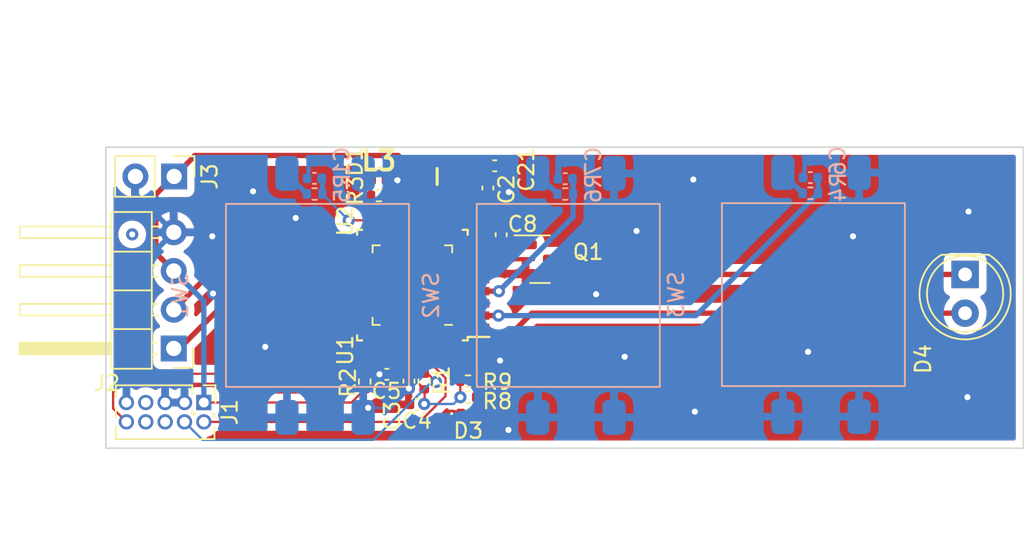
<source format=kicad_pcb>
(kicad_pcb (version 20211014) (generator pcbnew)
  (layers (0 "F.Cu" signal) (31 "B.Cu" signal) (34 "B.Paste" user) (35 "F.Paste" user) (36 "B.SilkS" user "B.Silkscreen") (37 "F.SilkS" user "F.Silkscreen") (38 "B.Mask" user) (39 "F.Mask" user) (44 "Edge.Cuts" user))
  (net 0 "")
  (net 1 "GND")
  (net 2 "/NIGHT")
  (net 3 "/VDD_A")
  (net 4 "+3V3")
  (net 5 "/VDD_C")
  (net 6 "/ON_OFF")
  (net 7 "/DAY")
  (net 8 "/IR_TRANSMITTER")
  (net 9 "Net-(D1-Pad2)")
  (net 10 "Net-(D3-Pad2)")
  (net 11 "Net-(D4-Pad2)")
  (net 12 "/SWDIO")
  (net 13 "/SWDCLK")
  (net 17 "/RESET")
  (net 18 "/LED1")
  (net 19 "Net-(R4-Pad2)")
  (net 20 "Net-(R5-Pad2)")
  (net 21 "Net-(R6-Pad2)")
  (net 22 "/PB04")
  (net 23 "/PA04")
  (net 24 "/PA05")
  (net 25 "/PA09")
  (net 26 "/PA14")
  (net 27 "/PA18")
  (net 28 "/PA19")
  (net 29 "/PA22")
  (net 30 "/PA23")
  (net 31 "/PA24")
  (net 32 "/PA25")
  (net 33 "/PB02")
  (net 34 "/SCL")
  (net 35 "/SDA")
  (net 36 "/PA11")
  (net 37 "/PA06")
  (net 38 "/PB03")
  (net 39 "/PA02")
  (net 40 "/PA08")
  (net 41 "Net-(D4-Pad1)")
  (footprint "Resistor_SMD:R_0402_1005Metric" (layer "F.Cu") (at 147.45 96.2 180)
    (fp_text reference "R3" (at 1.55 0.325 90) (layer "F.SilkS"))
    (fp_text value "1k")
    (fp_line (start -0.153641 -0.38) (end 0.153641 -0.38) (layer "F.SilkS") (width 0.12))
    (fp_line (start -0.153641 0.38) (end 0.153641 0.38) (layer "F.SilkS") (width 0.12))
    (pad "1" smd roundrect (at -0.51 0 180) (size 0.54 0.64) (layers "F.Cu" "F.Paste" "F.Mask") (net 18 "/LED1"))
    (pad "2" smd roundrect (at 0.51 0 180) (size 0.54 0.64) (layers "F.Cu" "F.Paste" "F.Mask") (net 9 "Net-(D1-Pad2)"))
  )
  (footprint "LED_SMD:LED_0402_1005Metric" (layer "F.Cu") (at 147.45 95.175 180)
    (fp_text reference "D1" (at 1.575 1.2 90) (layer "F.SilkS"))
    (fp_text value "LED")
    (fp_circle (center -1.09 0) (end -1.04 0) (layer "F.SilkS") (width 0.1) (fill none))
    (pad "1" smd roundrect (at -0.485 0 180) (size 0.59 0.64) (layers "F.Cu" "F.Paste" "F.Mask") (net 1 "GND"))
    (pad "2" smd roundrect (at 0.485 0 180) (size 0.59 0.64) (layers "F.Cu" "F.Paste" "F.Mask") (net 9 "Net-(D1-Pad2)"))
  )
  (footprint "Resistor_SMD:R_0402_1005Metric" (layer "F.Cu") (at 146.525 108.4 90)
    (fp_text reference "R2" (at -0.075 -1.1 90) (layer "F.SilkS"))
    (fp_text value "10k")
    (fp_line (start -0.153641 0.38) (end 0.153641 0.38) (layer "F.SilkS") (width 0.12))
    (fp_line (start -0.153641 -0.38) (end 0.153641 -0.38) (layer "F.SilkS") (width 0.12))
    (pad "1" smd roundrect (at -0.51 0 90) (size 0.54 0.64) (layers "F.Cu" "F.Paste" "F.Mask") (net 4 "+3V3"))
    (pad "2" smd roundrect (at 0.51 0 90) (size 0.54 0.64) (layers "F.Cu" "F.Paste" "F.Mask") (net 17 "/RESET"))
  )
  (footprint "Capacitor_SMD:C_0402_1005Metric" (layer "F.Cu") (at 155.475 98.775 -90)
    (fp_text reference "C8" (at -0.7 -1.4 180) (layer "F.SilkS"))
    (fp_text value "0.1uF")
    (fp_line (start -0.107836 0.36) (end 0.107836 0.36) (layer "F.SilkS") (width 0.12))
    (fp_line (start -0.107836 -0.36) (end 0.107836 -0.36) (layer "F.SilkS") (width 0.12))
    (pad "1" smd roundrect (at -0.48 0 270) (size 0.56 0.62) (layers "F.Cu" "F.Paste" "F.Mask") (net 1 "GND"))
    (pad "2" smd roundrect (at 0.48 0 270) (size 0.56 0.62) (layers "F.Cu" "F.Paste" "F.Mask") (net 8 "/IR_TRANSMITTER"))
  )
  (footprint "LED_SMD:LED_0402_1005Metric" (layer "F.Cu") (at 153.3175 110.5)
    (fp_text reference "D3" (at 0 1.125) (layer "F.SilkS"))
    (fp_text value "LED")
    (fp_circle (center -1.09 0) (end -1.04 0) (layer "F.SilkS") (width 0.1) (fill none))
    (pad "1" smd roundrect (at -0.485 0) (size 0.59 0.64) (layers "F.Cu" "F.Paste" "F.Mask") (net 1 "GND"))
    (pad "2" smd roundrect (at 0.485 0) (size 0.59 0.64) (layers "F.Cu" "F.Paste" "F.Mask") (net 10 "Net-(D3-Pad2)"))
  )
  (footprint "SamacSys_Parts:LQM21DN220N00L" (layer "F.Cu") (at 151.275 94.95)
    (fp_text reference "L3" (at -3.825 -1.025) (layer "F.SilkS") (effects (font (size 1.27 1.27) (thickness 0.254))))
    (fp_text value "10u" hide)
    (fp_line (start 0 -0.525) (end 0 0.525) (layer "F.SilkS") (width 0.2))
    (pad "1" smd rect locked (at -1.175 0 90) (size 1 1.15) (layers "F.Cu" "F.Paste" "F.Mask") (net 4 "+3V3"))
    (pad "2" smd rect locked (at 1.175 0 90) (size 1 1.15) (layers "F.Cu" "F.Paste" "F.Mask") (net 3 "/VDD_A"))
  )
  (footprint "Package_DFN_QFN:QFN-32-1EP_5x5mm_P0.5mm_EP3.6x3.6mm" (layer "F.Cu") (at 149.65 102.075 180)
    (fp_text reference "U1" (at 4.4 -4.275 90) (layer "F.SilkS"))
    (fp_text value "ATSAMD21E15L-M")
    (fp_line (start -2.135 -2.61) (end -2.61 -2.61) (layer "F.SilkS") (width 0.12))
    (fp_line (start 2.61 2.61) (end 2.61 2.135) (layer "F.SilkS") (width 0.12))
    (fp_line (start 2.135 -2.61) (end 2.61 -2.61) (layer "F.SilkS") (width 0.12))
    (fp_line (start 2.61 -2.61) (end 2.61 -2.135) (layer "F.SilkS") (width 0.12))
    (fp_line (start -2.61 2.61) (end -2.61 2.135) (layer "F.SilkS") (width 0.12))
    (fp_line (start -2.135 2.61) (end -2.61 2.61) (layer "F.SilkS") (width 0.12))
    (fp_line (start 2.135 2.61) (end 2.61 2.61) (layer "F.SilkS") (width 0.12))
    (pad "1" smd roundrect (at -2.45 -1.75 180) (size 0.8 0.25) (layers "F.Cu" "F.Paste" "F.Mask") (net 39 "/PA02"))
    (pad "2" smd roundrect (at -2.45 -1.25 180) (size 0.8 0.25) (layers "F.Cu" "F.Paste" "F.Mask") (net 6 "/ON_OFF"))
    (pad "3" smd roundrect (at -2.45 -0.75 180) (size 0.8 0.25) (layers "F.Cu" "F.Paste" "F.Mask") (net 22 "/PB04"))
    (pad "4" smd roundrect (at -2.45 -0.25 180) (size 0.8 0.25) (layers "F.Cu" "F.Paste" "F.Mask") (net 7 "/DAY"))
    (pad "5" smd roundrect (at -2.45 0.25 180) (size 0.8 0.25) (layers "F.Cu" "F.Paste" "F.Mask") (net 23 "/PA04"))
    (pad "6" smd roundrect (at -2.45 0.75 180) (size 0.8 0.25) (layers "F.Cu" "F.Paste" "F.Mask") (net 24 "/PA05"))
    (pad "7" smd roundrect (at -2.45 1.25 180) (size 0.8 0.25) (layers "F.Cu" "F.Paste" "F.Mask") (net 37 "/PA06"))
    (pad "8" smd roundrect (at -2.45 1.75 180) (size 0.8 0.25) (layers "F.Cu" "F.Paste" "F.Mask") (net 8 "/IR_TRANSMITTER"))
    (pad "9" smd roundrect (at -1.75 2.45 180) (size 0.25 0.8) (layers "F.Cu" "F.Paste" "F.Mask") (net 3 "/VDD_A"))
    (pad "10" smd roundrect (at -1.25 2.45 180) (size 0.25 0.8) (layers "F.Cu" "F.Paste" "F.Mask") (net 1 "GND"))
    (pad "11" smd roundrect (at -0.75 2.45 180) (size 0.25 0.8) (layers "F.Cu" "F.Paste" "F.Mask") (net 40 "/PA08"))
    (pad "12" smd roundrect (at -0.25 2.45 180) (size 0.25 0.8) (layers "F.Cu" "F.Paste" "F.Mask") (net 25 "/PA09"))
    (pad "13" smd roundrect (at 0.25 2.45 180) (size 0.25 0.8) (layers "F.Cu" "F.Paste" "F.Mask") (net 18 "/LED1"))
    (pad "14" smd roundrect (at 0.75 2.45 180) (size 0.25 0.8) (layers "F.Cu" "F.Paste" "F.Mask") (net 36 "/PA11"))
    (pad "15" smd roundrect (at 1.25 2.45 180) (size 0.25 0.8) (layers "F.Cu" "F.Paste" "F.Mask") (net 26 "/PA14"))
    (pad "16" smd roundrect (at 1.75 2.45 180) (size 0.25 0.8) (layers "F.Cu" "F.Paste" "F.Mask") (net 2 "/NIGHT"))
    (pad "17" smd roundrect (at 2.45 1.75 180) (size 0.8 0.25) (layers "F.Cu" "F.Paste" "F.Mask") (net 35 "/SDA"))
    (pad "18" smd roundrect (at 2.45 1.25 180) (size 0.8 0.25) (layers "F.Cu" "F.Paste" "F.Mask") (net 34 "/SCL"))
    (pad "19" smd roundrect (at 2.45 0.75 180) (size 0.8 0.25) (layers "F.Cu" "F.Paste" "F.Mask") (net 27 "/PA18"))
    (pad "20" smd roundrect (at 2.45 0.25 180) (size 0.8 0.25) (layers "F.Cu" "F.Paste" "F.Mask") (net 28 "/PA19"))
    (pad "21" smd roundrect (at 2.45 -0.25 180) (size 0.8 0.25) (layers "F.Cu" "F.Paste" "F.Mask") (net 29 "/PA22"))
    (pad "22" smd roundrect (at 2.45 -0.75 180) (size 0.8 0.25) (layers "F.Cu" "F.Paste" "F.Mask") (net 30 "/PA23"))
    (pad "23" smd roundrect (at 2.45 -1.25 180) (size 0.8 0.25) (layers "F.Cu" "F.Paste" "F.Mask") (net 31 "/PA24"))
    (pad "24" smd roundrect (at 2.45 -1.75 180) (size 0.8 0.25) (layers "F.Cu" "F.Paste" "F.Mask") (net 32 "/PA25"))
    (pad "25" smd roundrect (at 1.75 -2.45 180) (size 0.25 0.8) (layers "F.Cu" "F.Paste" "F.Mask") (net 17 "/RESET"))
    (pad "26" smd roundrect (at 1.25 -2.45 180) (size 0.25 0.8) (layers "F.Cu" "F.Paste" "F.Mask") (net 1 "GND"))
    (pad "27" smd roundrect (at 0.75 -2.45 180) (size 0.25 0.8) (layers "F.Cu" "F.Paste" "F.Mask") (net 5 "/VDD_C"))
    (pad "28" smd roundrect (at 0.25 -2.45 180) (size 0.25 0.8) (layers "F.Cu" "F.Paste" "F.Mask") (net 4 "+3V3"))
    (pad "29" smd roundrect (at -0.25 -2.45 180) (size 0.25 0.8) (layers "F.Cu" "F.Paste" "F.Mask") (net 13 "/SWDCLK"))
    (pad "30" smd roundrect (at -0.75 -2.45 180) (size 0.25 0.8) (layers "F.Cu" "F.Paste" "F.Mask") (net 12 "/SWDIO"))
    (pad "31" smd roundrect (at -1.25 -2.45 180) (size 0.25 0.8) (layers "F.Cu" "F.Paste" "F.Mask") (net 33 "/PB02"))
    (pad "32" smd roundrect (at -1.75 -2.45 180) (size 0.25 0.8) (layers "F.Cu" "F.Paste" "F.Mask") (net 38 "/PB03"))
    (pad "33" smd rect (at 0 0 180) (size 3.6 3.6) (layers "F.Cu" "F.Mask") (net 1 "GND"))
  )
  (footprint "Package_TO_SOT_SMD:SOT-23" (layer "F.Cu") (at 158.0125 100.375)
    (fp_text reference "Q1" (at 3.1625 -0.475) (layer "F.SilkS"))
    (fp_text value "2N7002H")
    (fp_line (start 0 -1.56) (end -1.675 -1.56) (layer "F.SilkS") (width 0.12))
    (fp_line (start 0 -1.56) (end 0.65 -1.56) (layer "F.SilkS") (width 0.12))
    (fp_line (start 0 1.56) (end -0.65 1.56) (layer "F.SilkS") (width 0.12))
    (fp_line (start 0 1.56) (end 0.65 1.56) (layer "F.SilkS") (width 0.12))
    (pad "1" smd roundrect (at -0.9375 -0.95) (size 1.475 0.6) (layers "F.Cu" "F.Paste" "F.Mask") (net 8 "/IR_TRANSMITTER"))
    (pad "2" smd roundrect (at -0.9375 0.95) (size 1.475 0.6) (layers "F.Cu" "F.Paste" "F.Mask") (net 1 "GND"))
    (pad "3" smd roundrect (at 0.9375 0) (size 1.475 0.6) (layers "F.Cu" "F.Paste" "F.Mask") (net 41 "Net-(D4-Pad1)"))
  )
  (footprint "Resistor_SMD:R_0402_1005Metric" (layer "F.Cu") (at 153.3175 109.425)
    (fp_text reference "R8" (at 1.9075 0.275) (layer "F.SilkS"))
    (fp_text value "1k")
    (fp_line (start -0.153641 -0.38) (end 0.153641 -0.38) (layer "F.SilkS") (width 0.12))
    (fp_line (start -0.153641 0.38) (end 0.153641 0.38) (layer "F.SilkS") (width 0.12))
    (pad "1" smd roundrect (at -0.51 0) (size 0.54 0.64) (layers "F.Cu" "F.Paste" "F.Mask") (net 4 "+3V3"))
    (pad "2" smd roundrect (at 0.51 0) (size 0.54 0.64) (layers "F.Cu" "F.Paste" "F.Mask") (net 10 "Net-(D3-Pad2)"))
  )
  (footprint "Connector_PinHeader_2.54mm:PinHeader_1x04_P2.54mm_Horizontal" (layer "F.Cu") (at 134 106.23 180)
    (fp_text reference "J2" (at 4.385 -2.27) (layer "F.SilkS"))
    (fp_text value "Conn_01x04")
    (fp_line (start 1.042929 2.16) (end 1.44 2.16) (layer "F.SilkS") (width 0.12))
    (fp_line (start -1.27 -1.27) (end 0 -1.27) (layer "F.SilkS") (width 0.12))
    (fp_line (start 10.1 2.16) (end 10.1 2.92) (layer "F.SilkS") (width 0.12))
    (fp_line (start 4.1 2.16) (end 10.1 2.16) (layer "F.SilkS") (width 0.12))
    (fp_line (start 4.1 0.28) (end 10.1 0.28) (layer "F.SilkS") (width 0.12))
    (fp_line (start 1.44 6.35) (end 4.1 6.35) (layer "F.SilkS") (width 0.12))
    (fp_line (start 10.1 5.46) (end 4.1 5.46) (layer "F.SilkS") (width 0.12))
    (fp_line (start 1.042929 2.92) (end 1.44 2.92) (layer "F.SilkS") (width 0.12))
    (fp_line (start 10.1 -0.38) (end 10.1 0.38) (layer "F.SilkS") (width 0.12))
    (fp_line (start 4.1 -0.32) (end 10.1 -0.32) (layer "F.SilkS") (width 0.12))
    (fp_line (start 1.44 8.95) (end 4.1 8.95) (layer "F.SilkS") (width 0.12))
    (fp_line (start 1.44 1.27) (end 4.1 1.27) (layer "F.SilkS") (width 0.12))
    (fp_line (start 1.44 3.81) (end 4.1 3.81) (layer "F.SilkS") (width 0.12))
    (fp_line (start 4.1 -0.08) (end 10.1 -0.08) (layer "F.SilkS") (width 0.12))
    (fp_line (start 1.11 -0.38) (end 1.44 -0.38) (layer "F.SilkS") (width 0.12))
    (fp_line (start -1.27 0) (end -1.27 -1.27) (layer "F.SilkS") (width 0.12))
    (fp_line (start 4.1 4.7) (end 10.1 4.7) (layer "F.SilkS") (width 0.12))
    (fp_line (start 1.042929 7.24) (end 1.44 7.24) (layer "F.SilkS") (width 0.12))
    (fp_line (start 4.1 -1.33) (end 1.44 -1.33) (layer "F.SilkS") (width 0.12))
    (fp_line (start 4.1 0.16) (end 10.1 0.16) (layer "F.SilkS") (width 0.12))
    (fp_line (start 10.1 8) (end 4.1 8) (layer "F.SilkS") (width 0.12))
    (fp_line (start 1.44 -1.33) (end 1.44 8.95) (layer "F.SilkS") (width 0.12))
    (fp_line (start 4.1 -0.2) (end 10.1 -0.2) (layer "F.SilkS") (width 0.12))
    (fp_line (start 10.1 4.7) (end 10.1 5.46) (layer "F.SilkS") (width 0.12))
    (fp_line (start 4.1 -0.38) (end 10.1 -0.38) (layer "F.SilkS") (width 0.12))
    (fp_line (start 1.042929 4.7) (end 1.44 4.7) (layer "F.SilkS") (width 0.12))
    (fp_line (start 4.1 7.24) (end 10.1 7.24) (layer "F.SilkS") (width 0.12))
    (fp_line (start 1.11 0.38) (end 1.44 0.38) (layer "F.SilkS") (width 0.12))
    (fp_line (start 1.042929 8) (end 1.44 8) (layer "F.SilkS") (width 0.12))
    (fp_line (start 10.1 0.38) (end 4.1 0.38) (layer "F.SilkS") (width 0.12))
    (fp_line (start 1.042929 5.46) (end 1.44 5.46) (layer "F.SilkS") (width 0.12))
    (fp_line (start 10.1 7.24) (end 10.1 8) (layer "F.SilkS") (width 0.12))
    (fp_line (start 10.1 2.92) (end 4.1 2.92) (layer "F.SilkS") (width 0.12))
    (fp_line (start 4.1 8.95) (end 4.1 -1.33) (layer "F.SilkS") (width 0.12))
    (fp_line (start 4.1 0.04) (end 10.1 0.04) (layer "F.SilkS") (width 0.12))
    (pad "1" thru_hole rect (at 0 0 180) (size 1.7 1.7) (drill 1) (layers *.Cu *.Mask) (net 34 "/SCL"))
    (pad "2" thru_hole oval (at 0 2.54 180) (size 1.7 1.7) (drill 1) (layers *.Cu *.Mask) (net 35 "/SDA"))
    (pad "3" thru_hole oval (at 0 5.08 180) (size 1.7 1.7) (drill 1) (layers *.Cu *.Mask) (net 4 "+3V3"))
    (pad "4" thru_hole oval (at 0 7.62 180) (size 1.7 1.7) (drill 1) (layers *.Cu *.Mask) (net 1 "GND"))
  )
  (footprint "Resistor_SMD:R_0402_1005Metric" (layer "F.Cu") (at 153.3 108.375 180)
    (fp_text reference "R9" (at -1.925 -0.05) (layer "F.SilkS"))
    (fp_text value "68")
    (fp_line (start -0.153641 -0.38) (end 0.153641 -0.38) (layer "F.SilkS") (width 0.12))
    (fp_line (start -0.153641 0.38) (end 0.153641 0.38) (layer "F.SilkS") (width 0.12))
    (pad "1" smd roundrect (at -0.51 0 180) (size 0.54 0.64) (layers "F.Cu" "F.Paste" "F.Mask") (net 11 "Net-(D4-Pad2)"))
    (pad "2" smd roundrect (at 0.51 0 180) (size 0.54 0.64) (layers "F.Cu" "F.Paste" "F.Mask") (net 4 "+3V3"))
  )
  (footprint "Capacitor_SMD:C_0402_1005Metric" (layer "F.Cu") (at 155.055 94.25 180)
    (fp_text reference "C21" (at -2.07 -0.25 90) (layer "F.SilkS"))
    (fp_text value "10uF")
    (fp_line (start -0.107836 0.36) (end 0.107836 0.36) (layer "F.SilkS") (width 0.12))
    (fp_line (start -0.107836 -0.36) (end 0.107836 -0.36) (layer "F.SilkS") (width 0.12))
    (pad "1" smd roundrect (at -0.48 0 180) (size 0.56 0.62) (layers "F.Cu" "F.Paste" "F.Mask") (net 1 "GND"))
    (pad "2" smd roundrect (at 0.48 0 180) (size 0.56 0.62) (layers "F.Cu" "F.Paste" "F.Mask") (net 3 "/VDD_A"))
  )
  (footprint "Resistor_SMD:R_0402_1005Metric" (layer "F.Cu") (at 150.425 108.4 90)
    (fp_text reference "R1" (at 0.075 1.15 90) (layer "F.SilkS"))
    (fp_text value "1k")
    (fp_line (start -0.153641 -0.38) (end 0.153641 -0.38) (layer "F.SilkS") (width 0.12))
    (fp_line (start -0.153641 0.38) (end 0.153641 0.38) (layer "F.SilkS") (width 0.12))
    (pad "1" smd roundrect (at -0.51 0 90) (size 0.54 0.64) (layers "F.Cu" "F.Paste" "F.Mask") (net 4 "+3V3"))
    (pad "2" smd roundrect (at 0.51 0 90) (size 0.54 0.64) (layers "F.Cu" "F.Paste" "F.Mask") (net 13 "/SWDCLK"))
  )
  (footprint "Capacitor_SMD:C_0402_1005Metric" (layer "F.Cu") (at 147.975 107.925)
    (fp_text reference "C5" (at -0.025 1.1) (layer "F.SilkS"))
    (fp_text value "0.1uF")
    (fp_line (start -0.107836 -0.36) (end 0.107836 -0.36) (layer "F.SilkS") (width 0.12))
    (fp_line (start -0.107836 0.36) (end 0.107836 0.36) (layer "F.SilkS") (width 0.12))
    (pad "1" smd roundrect (at -0.48 0) (size 0.56 0.62) (layers "F.Cu" "F.Paste" "F.Mask") (net 1 "GND"))
    (pad "2" smd roundrect (at 0.48 0) (size 0.56 0.62) (layers "F.Cu" "F.Paste" "F.Mask") (net 5 "/VDD_C"))
  )
  (footprint "Capacitor_SMD:C_0402_1005Metric" (layer "F.Cu") (at 149.975 109.9)
    (fp_text reference "C4" (at -0.025 1.075) (layer "F.SilkS"))
    (fp_text value "0.1uF")
    (fp_line (start -0.107836 0.36) (end 0.107836 0.36) (layer "F.SilkS") (width 0.12))
    (fp_line (start -0.107836 -0.36) (end 0.107836 -0.36) (layer "F.SilkS") (width 0.12))
    (pad "1" smd roundrect (at -0.48 0) (size 0.56 0.62) (layers "F.Cu" "F.Paste" "F.Mask") (net 1 "GND"))
    (pad "2" smd roundrect (at 0.48 0) (size 0.56 0.62) (layers "F.Cu" "F.Paste" "F.Mask") (net 4 "+3V3"))
  )
  (footprint "Package_QFP:TQFP-32_7x7mm_P0.8mm" (layer "F.Cu") (at 149.65 102.075 180)
    (fp_text reference "U2" (at 4.4 4.2 90) (layer "F.SilkS"))
    (fp_text value "ATSAMD21E15L-A")
    (fp_line (start -3.625 -3.625) (end -3.625 -3.4) (layer "F.SilkS") (width 0.15))
    (fp_line (start -3.625 3.625) (end -3.625 3.3) (layer "F.SilkS") (width 0.15))
    (fp_line (start 3.625 -3.625) (end 3.3 -3.625) (layer "F.SilkS") (width 0.15))
    (fp_line (start -3.625 -3.4) (end -5.05 -3.4) (layer "F.SilkS") (width 0.15))
    (fp_line (start 3.625 3.625) (end 3.625 3.3) (layer "F.SilkS") (width 0.15))
    (fp_line (start -3.625 3.625) (end -3.3 3.625) (layer "F.SilkS") (width 0.15))
    (fp_line (start 3.625 -3.625) (end 3.625 -3.3) (layer "F.SilkS") (width 0.15))
    (fp_line (start 3.625 3.625) (end 3.3 3.625) (layer "F.SilkS") (width 0.15))
    (fp_line (start -3.625 -3.625) (end -3.3 -3.625) (layer "F.SilkS") (width 0.15))
    (pad "1" smd rect (at -4.25 -2.8 180) (size 1.6 0.55) (layers "F.Cu" "F.Paste" "F.Mask") (net 39 "/PA02"))
    (pad "2" smd rect (at -4.25 -2 180) (size 1.6 0.55) (layers "F.Cu" "F.Paste" "F.Mask") (net 6 "/ON_OFF"))
    (pad "3" smd rect (at -4.25 -1.2 180) (size 1.6 0.55) (layers "F.Cu" "F.Paste" "F.Mask") (net 22 "/PB04"))
    (pad "4" smd rect (at -4.25 -0.4 180) (size 1.6 0.55) (layers "F.Cu" "F.Paste" "F.Mask") (net 7 "/DAY"))
    (pad "5" smd rect (at -4.25 0.4 180) (size 1.6 0.55) (layers "F.Cu" "F.Paste" "F.Mask") (net 23 "/PA04"))
    (pad "6" smd rect (at -4.25 1.2 180) (size 1.6 0.55) (layers "F.Cu" "F.Paste" "F.Mask") (net 24 "/PA05"))
    (pad "7" smd rect (at -4.25 2 180) (size 1.6 0.55) (layers "F.Cu" "F.Paste" "F.Mask") (net 37 "/PA06"))
    (pad "8" smd rect (at -4.25 2.8 180) (size 1.6 0.55) (layers "F.Cu" "F.Paste" "F.Mask") (net 8 "/IR_TRANSMITTER"))
    (pad "9" smd rect (at -2.8 4.25 270) (size 1.6 0.55) (layers "F.Cu" "F.Paste" "F.Mask") (net 3 "/VDD_A"))
    (pad "10" smd rect (at -2 4.25 270) (size 1.6 0.55) (layers "F.Cu" "F.Paste" "F.Mask") (net 1 "GND"))
    (pad "11" smd rect (at -1.2 4.25 270) (size 1.6 0.55) (layers "F.Cu" "F.Paste" "F.Mask") (net 40 "/PA08"))
    (pad "12" smd rect (at -0.4 4.25 270) (size 1.6 0.55) (layers "F.Cu" "F.Paste" "F.Mask") (net 25 "/PA09"))
    (pad "13" smd rect (at 0.4 4.25 270) (size 1.6 0.55) (layers "F.Cu" "F.Paste" "F.Mask") (net 18 "/LED1"))
    (pad "14" smd rect (at 1.2 4.25 270) (size 1.6 0.55) (layers "F.Cu" "F.Paste" "F.Mask") (net 36 "/PA11"))
    (pad "15" smd rect (at 2 4.25 270) (size 1.6 0.55) (layers "F.Cu" "F.Paste" "F.Mask") (net 26 "/PA14"))
    (pad "16" smd rect (at 2.8 4.25 270) (size 1.6 0.55) (layers "F.Cu" "F.Paste" "F.Mask") (net 2 "/NIGHT"))
    (pad "17" smd rect (at 4.25 2.8 180) (size 1.6 0.55) (layers "F.Cu" "F.Paste" "F.Mask") (net 35 "/SDA"))
    (pad "18" smd rect (at 4.25 2 180) (size 1.6 0.55) (layers "F.Cu" "F.Paste" "F.Mask") (net 34 "/SCL"))
    (pad "19" smd rect (at 4.25 1.2 180) (size 1.6 0.55) (layers "F.Cu" "F.Paste" "F.Mask") (net 27 "/PA18"))
    (pad "20" smd rect (at 4.25 0.4 180) (size 1.6 0.55) (layers "F.Cu" "F.Paste" "F.Mask") (net 28 "/PA19"))
    (pad "21" smd rect (at 4.25 -0.4 180) (size 1.6 0.55) (layers "F.Cu" "F.Paste" "F.Mask") (net 29 "/PA22"))
    (pad "22" smd rect (at 4.25 -1.2 180) (size 1.6 0.55) (layers "F.Cu" "F.Paste" "F.Mask") (net 30 "/PA23"))
    (pad "23" smd rect (at 4.25 -2 180) (size 1.6 0.55) (layers "F.Cu" "F.Paste" "F.Mask") (net 31 "/PA24"))
    (pad "24" smd rect (at 4.25 -2.8 180) (size 1.6 0.55) (layers "F.Cu" "F.Paste" "F.Mask") (net 32 "/PA25"))
    (pad "25" smd rect (at 2.8 -4.25 270) (size 1.6 0.55) (layers "F.Cu" "F.Paste" "F.Mask") (net 17 "/RESET"))
    (pad "26" smd rect (at 2 -4.25 270) (size 1.6 0.55) (layers "F.Cu" "F.Paste" "F.Mask") (net 1 "GND"))
    (pad "27" smd rect (at 1.2 -4.25 270) (size 1.6 0.55) (layers "F.Cu" "F.Paste" "F.Mask") (net 5 "/VDD_C"))
    (pad "28" smd rect (at 0.4 -4.25 270) (size 1.6 0.55) (layers "F.Cu" "F.Paste" "F.Mask") (net 4 "+3V3"))
    (pad "29" smd rect (at -0.4 -4.25 270) (size 1.6 0.55) (layers "F.Cu" "F.Paste" "F.Mask") (net 13 "/SWDCLK"))
    (pad "30" smd rect (at -1.2 -4.25 270) (size 1.6 0.55) (layers "F.Cu" "F.Paste" "F.Mask") (net 12 "/SWDIO"))
    (pad "31" smd rect (at -2 -4.25 270) (size 1.6 0.55) (layers "F.Cu" "F.Paste" "F.Mask") (net 33 "/PB02"))
    (pad "32" smd rect (at -2.8 -4.25 270) (size 1.6 0.55) (layers "F.Cu" "F.Paste" "F.Mask") (net 38 "/PB03"))
  )
  (footprint "Capacitor_SMD:C_0402_1005Metric" (layer "F.Cu") (at 154.6 95.7 90)
    (fp_text reference "C2" (at -0.1 1.225 90) (layer "F.SilkS"))
    (fp_text value "0.1uF")
    (fp_line (start -0.107836 -0.36) (end 0.107836 -0.36) (layer "F.SilkS") (width 0.12))
    (fp_line (start -0.107836 0.36) (end 0.107836 0.36) (layer "F.SilkS") (width 0.12))
    (pad "1" smd roundrect (at -0.48 0 90) (size 0.56 0.62) (layers "F.Cu" "F.Paste" "F.Mask") (net 1 "GND"))
    (pad "2" smd roundrect (at 0.48 0 90) (size 0.56 0.62) (layers "F.Cu" "F.Paste" "F.Mask") (net 3 "/VDD_A"))
  )
  (footprint "Connector_PinHeader_1.27mm:PinHeader_2x05_P1.27mm_Vertical" (layer "F.Cu") (at 135.975 109.775 -90)
    (fp_text reference "J1" (at 0.635 -1.695 90) (layer "F.SilkS"))
    (fp_text value "Conn_02x05_Odd_Even")
    (fp_line (start -1.13 0.76) (end -1.13 5.775) (layer "F.SilkS") (width 0.12))
    (fp_line (start 1.57753 5.775) (end 2.4 5.775) (layer "F.SilkS") (width 0.12))
    (fp_line (start 0.76 -0.695) (end 0.96247 -0.695) (layer "F.SilkS") (width 0.12))
    (fp_line (start -1.13 -0.76) (end 0 -0.76) (layer "F.SilkS") (width 0.12))
    (fp_line (start -1.13 5.775) (end -0.30753 5.775) (layer "F.SilkS") (width 0.12))
    (fp_line (start 0.30753 5.775) (end 0.96247 5.775) (layer "F.SilkS") (width 0.12))
    (fp_line (start 0.76 -0.563471) (end 0.76 -0.695) (layer "F.SilkS") (width 0.12))
    (fp_line (start 0.76 0.706529) (end 0.76 0.563471) (layer "F.SilkS") (width 0.12))
    (fp_line (start -1.13 0) (end -1.13 -0.76) (layer "F.SilkS") (width 0.12))
    (fp_line (start 0.563471 0.76) (end 0.706529 0.76) (layer "F.SilkS") (width 0.12))
    (fp_line (start 2.4 -0.695) (end 2.4 5.775) (layer "F.SilkS") (width 0.12))
    (fp_line (start 1.57753 -0.695) (end 2.4 -0.695) (layer "F.SilkS") (width 0.12))
    (fp_line (start -1.13 0.76) (end -0.563471 0.76) (layer "F.SilkS") (width 0.12))
    (pad "1" thru_hole rect (at 0 0 270) (size 1 1) (drill 0.65) (layers *.Cu *.Mask) (net 4 "+3V3"))
    (pad "2" thru_hole oval (at 1.27 0 270) (size 1 1) (drill 0.65) (layers *.Cu *.Mask) (net 12 "/SWDIO"))
    (pad "3" thru_hole oval (at 0 1.27 270) (size 1 1) (drill 0.65) (layers *.Cu *.Mask) (net 1 "GND"))
    (pad "4" thru_hole oval (at 1.27 1.27 270) (size 1 1) (drill 0.65) (layers *.Cu *.Mask) (net 13 "/SWDCLK"))
    (pad "5" thru_hole oval (at 0 2.54 270) (size 1 1) (drill 0.65) (layers *.Cu *.Mask) (net 1 "GND"))
    (pad "6" thru_hole oval (at 1.27 2.54 270) (size 1 1) (drill 0.65) (layers *.Cu *.Mask))
    (pad "7" thru_hole oval (at 0 3.81 270) (size 1 1) (drill 0.65) (layers *.Cu *.Mask))
    (pad "8" thru_hole oval (at 1.27 3.81 270) (size 1 1) (drill 0.65) (layers *.Cu *.Mask))
    (pad "9" thru_hole oval (at 0 5.08 270) (size 1 1) (drill 0.65) (layers *.Cu *.Mask) (net 1 "GND"))
    (pad "10" thru_hole oval (at 1.27 5.08 270) (size 1 1) (drill 0.65) (layers *.Cu *.Mask) (net 17 "/RESET"))
  )
  (footprint "Capacitor_SMD:C_0402_1005Metric" (layer "F.Cu") (at 149.425 108.375 90)
    (fp_text reference "C3" (at -2.275 -1.1 90) (layer "F.SilkS"))
    (fp_text value "10uF")
    (fp_line (start -0.107836 -0.36) (end 0.107836 -0.36) (layer "F.SilkS") (width 0.12))
    (fp_line (start -0.107836 0.36) (end 0.107836 0.36) (layer "F.SilkS") (width 0.12))
    (pad "1" smd roundrect (at -0.48 0 90) (size 0.56 0.62) (layers "F.Cu" "F.Paste" "F.Mask") (net 1 "GND"))
    (pad "2" smd roundrect (at 0.48 0 90) (size 0.56 0.62) (layers "F.Cu" "F.Paste" "F.Mask") (net 4 "+3V3"))
  )
  (footprint "Connector_PinHeader_2.54mm:PinHeader_1x02_P2.54mm_Vertical" (layer "F.Cu") (at 134.025 94.95 -90)
    (fp_text reference "J3" (at 0 -2.33 90) (layer "F.SilkS"))
    (fp_text value "Conn_01x02")
    (fp_line (start -1.33 0) (end -1.33 -1.33) (layer "F.SilkS") (width 0.12))
    (fp_line (start 1.33 1.27) (end 1.33 3.87) (layer "F.SilkS") (width 0.12))
    (fp_line (start -1.33 1.27) (end -1.33 3.87) (layer "F.SilkS") (width 0.12))
    (fp_line (start -1.33 1.27) (end 1.33 1.27) (layer "F.SilkS") (width 0.12))
    (fp_line (start -1.33 3.87) (end 1.33 3.87) (layer "F.SilkS") (width 0.12))
    (fp_line (start -1.33 -1.33) (end 0 -1.33) (layer "F.SilkS") (width 0.12))
    (pad "1" thru_hole rect (at 0 0 270) (size 1.7 1.7) (drill 1) (layers *.Cu *.Mask) (net 4 "+3V3"))
    (pad "2" thru_hole oval (at 0 2.54 270) (size 1.7 1.7) (drill 1) (layers *.Cu *.Mask) (net 1 "GND"))
  )
  (footprint "LED_THT:LED_D5.0mm_IRGrey" (layer "F.Cu") (at 185.9 101.375 -90)
    (fp_text reference "D4" (at 5.55 2.75 90) (layer "F.SilkS"))
    (fp_text value "LD274")
    (fp_line (start -1.29 -1.545) (end -1.29 1.545) (layer "F.SilkS") (width 0.12))
    (fp_arc (start -1.29 -1.54483) (mid 2.072002 -2.880433) (end 4.26 0.000462) (layer "F.SilkS") (width 0.12))
    (fp_arc (start 4.26 -0.000462) (mid 2.072002 2.880433) (end -1.29 1.54483) (layer "F.SilkS") (width 0.12))
    (fp_circle (center 1.27 0) (end 3.77 0) (layer "F.SilkS") (width 0.12) (fill none))
    (pad "1" thru_hole rect (at 0 0 270) (size 1.8 1.8) (drill 0.9) (layers *.Cu *.Mask) (net 41 "Net-(D4-Pad1)"))
    (pad "2" thru_hole circle (at 2.54 0 270) (size 1.8 1.8) (drill 0.9) (layers *.Cu *.Mask) (net 11 "Net-(D4-Pad2)"))
  )
  (footprint "Capacitor_SMD:C_0402_1005Metric" (layer "B.Cu") (at 175.75 95.025)
    (fp_text reference "C6" (at 1.795 -1.1 90) (layer "B.SilkS") (effects (justify mirror)))
    (fp_text value "0.1uF")
    (fp_line (start -0.107836 -0.36) (end 0.107836 -0.36) (layer "B.SilkS") (width 0.12))
    (fp_line (start -0.107836 0.36) (end 0.107836 0.36) (layer "B.SilkS") (width 0.12))
    (pad "1" smd roundrect (at -0.48 0) (size 0.56 0.62) (layers "B.Cu" "B.Paste" "B.Mask") (net 1 "GND"))
    (pad "2" smd roundrect (at 0.48 0) (size 0.56 0.62) (layers "B.Cu" "B.Paste" "B.Mask") (net 6 "/ON_OFF"))
  )
  (footprint "Capacitor_SMD:C_0402_1005Metric" (layer "B.Cu") (at 159.675 95.1)
    (fp_text reference "C7" (at 1.845 -1.125 90) (layer "B.SilkS") (effects (justify mirror)))
    (fp_text value "0.1uF")
    (fp_line (start -0.107836 -0.36) (end 0.107836 -0.36) (layer "B.SilkS") (width 0.12))
    (fp_line (start -0.107836 0.36) (end 0.107836 0.36) (layer "B.SilkS") (width 0.12))
    (pad "1" smd roundrect (at -0.48 0) (size 0.56 0.62) (layers "B.Cu" "B.Paste" "B.Mask") (net 1 "GND"))
    (pad "2" smd roundrect (at 0.48 0) (size 0.56 0.62) (layers "B.Cu" "B.Paste" "B.Mask") (net 7 "/DAY"))
  )
  (footprint "Resistor_SMD:R_0402_1005Metric" (layer "B.Cu") (at 143.24 96.1 180)
    (fp_text reference "R5" (at -1.81 0.375 90) (layer "B.SilkS") (effects (justify mirror)))
    (fp_text value "1k")
    (fp_line (start -0.153641 -0.38) (end 0.153641 -0.38) (layer "B.SilkS") (width 0.12))
    (fp_line (start -0.153641 0.38) (end 0.153641 0.38) (layer "B.SilkS") (width 0.12))
    (pad "1" smd roundrect (at -0.51 0 180) (size 0.54 0.64) (layers "B.Cu" "B.Paste" "B.Mask") (net 2 "/NIGHT"))
    (pad "2" smd roundrect (at 0.51 0 180) (size 0.54 0.64) (layers "B.Cu" "B.Paste" "B.Mask") (net 20 "Net-(R5-Pad2)"))
  )
  (footprint "SamacSys_Parts:Tlacitko" (layer "B.Cu") (at 143.425 102.75 -90)
    (fp_text reference "SW1" (at 0 9 90 unlocked) (layer "B.SilkS") (effects (justify mirror)))
    (fp_text value "SW_Push_Dual")
    (fp_rect (start -6 6) (end 6 -6) (layer "B.SilkS") (width 0.12) (fill none))
    (pad "1" smd roundrect (at -8 2 270) (size 2.286 1.524) (layers "B.Cu" "B.Paste" "B.Mask") (net 20 "Net-(R5-Pad2)"))
    (pad "2" smd roundrect (at 8 2 270) (size 2.286 1.524) (layers "B.Cu" "B.Paste" "B.Mask") (net 1 "GND"))
    (pad "3" smd roundrect (at -8 -3 270) (size 2.286 1.524) (layers "B.Cu" "B.Paste" "B.Mask") (net 1 "GND"))
    (pad "4" smd roundrect (at 8 -3 270) (size 2.286 1.524) (layers "B.Cu" "B.Paste" "B.Mask") (net 1 "GND"))
  )
  (footprint "Resistor_SMD:R_0402_1005Metric" (layer "B.Cu") (at 175.755 96.05 180)
    (fp_text reference "R4" (at -1.815 0.4 90) (layer "B.SilkS") (effects (justify mirror)))
    (fp_text value "1k")
    (fp_line (start -0.153641 0.38) (end 0.153641 0.38) (layer "B.SilkS") (width 0.12))
    (fp_line (start -0.153641 -0.38) (end 0.153641 -0.38) (layer "B.SilkS") (width 0.12))
    (pad "1" smd roundrect (at -0.51 0 180) (size 0.54 0.64) (layers "B.Cu" "B.Paste" "B.Mask") (net 6 "/ON_OFF"))
    (pad "2" smd roundrect (at 0.51 0 180) (size 0.54 0.64) (layers "B.Cu" "B.Paste" "B.Mask") (net 19 "Net-(R4-Pad2)"))
  )
  (footprint "Resistor_SMD:R_0402_1005Metric" (layer "B.Cu") (at 159.68 96.1 180)
    (fp_text reference "R6" (at -1.84 0.375 90) (layer "B.SilkS") (effects (justify mirror)))
    (fp_text value "1k")
    (fp_line (start -0.153641 0.38) (end 0.153641 0.38) (layer "B.SilkS") (width 0.12))
    (fp_line (start -0.153641 -0.38) (end 0.153641 -0.38) (layer "B.SilkS") (width 0.12))
    (pad "1" smd roundrect (at -0.51 0 180) (size 0.54 0.64) (layers "B.Cu" "B.Paste" "B.Mask") (net 7 "/DAY"))
    (pad "2" smd roundrect (at 0.51 0 180) (size 0.54 0.64) (layers "B.Cu" "B.Paste" "B.Mask") (net 21 "Net-(R6-Pad2)"))
  )
  (footprint "SamacSys_Parts:Tlacitko" (layer "B.Cu") (at 175.95 102.7 -90)
    (fp_text reference "SW3" (at 0 9 90 unlocked) (layer "B.SilkS") (effects (justify mirror)))
    (fp_text value "SW_Push_Dual")
    (fp_rect (start -6 6) (end 6 -6) (layer "B.SilkS") (width 0.12) (fill none))
    (pad "1" smd roundrect (at -8 2 270) (size 2.286 1.524) (layers "B.Cu" "B.Paste" "B.Mask") (net 19 "Net-(R4-Pad2)"))
    (pad "2" smd roundrect (at 8 2 270) (size 2.286 1.524) (layers "B.Cu" "B.Paste" "B.Mask") (net 1 "GND"))
    (pad "3" smd roundrect (at -8 -3 270) (size 2.286 1.524) (layers "B.Cu" "B.Paste" "B.Mask") (net 1 "GND"))
    (pad "4" smd roundrect (at 8 -3 270) (size 2.286 1.524) (layers "B.Cu" "B.Paste" "B.Mask") (net 1 "GND"))
  )
  (footprint "SamacSys_Parts:Tlacitko" (layer "B.Cu") (at 159.875 102.75 -90)
    (fp_text reference "SW2" (at 0 9 90 unlocked) (layer "B.SilkS") (effects (justify mirror)))
    (fp_text value "SW_Push_Dual")
    (fp_rect (start -6 6) (end 6 -6) (layer "B.SilkS") (width 0.12) (fill none))
    (pad "1" smd roundrect (at -8 2 270) (size 2.286 1.524) (layers "B.Cu" "B.Paste" "B.Mask") (net 21 "Net-(R6-Pad2)"))
    (pad "2" smd roundrect (at 8 2 270) (size 2.286 1.524) (layers "B.Cu" "B.Paste" "B.Mask") (net 1 "GND"))
    (pad "3" smd roundrect (at -8 -3 270) (size 2.286 1.524) (layers "B.Cu" "B.Paste" "B.Mask") (net 1 "GND"))
    (pad "4" smd roundrect (at 8 -3 270) (size 2.286 1.524) (layers "B.Cu" "B.Paste" "B.Mask") (net 1 "GND"))
  )
  (footprint "Capacitor_SMD:C_0402_1005Metric" (layer "B.Cu") (at 143.225 95.075)
    (fp_text reference "C1" (at 1.8 -1.1 90) (layer "B.SilkS") (effects (justify mirror)))
    (fp_text value "0.1uF")
    (fp_line (start -0.107836 0.36) (end 0.107836 0.36) (layer "B.SilkS") (width 0.12))
    (fp_line (start -0.107836 -0.36) (end 0.107836 -0.36) (layer "B.SilkS") (width 0.12))
    (pad "1" smd roundrect (at -0.48 0) (size 0.56 0.62) (layers "B.Cu" "B.Paste" "B.Mask") (net 1 "GND"))
    (pad "2" smd roundrect (at 0.48 0) (size 0.56 0.62) (layers "B.Cu" "B.Paste" "B.Mask") (net 2 "/NIGHT"))
  )
  (gr_rect (start 129.55 112.775) (end 189.725 93.025) (layer "Edge.Cuts") (width 0.1) (fill none))
  (via (at 131.275 98.75) (size 0.8) (drill 0.4) (layers "F.Cu" "B.Cu") (net 0))
  (segment (start 147.65 107.77) (end 147.495 107.925) (width 0.15) (layer "F.Cu") (net 1))
  (segment (start 150.9 100.825) (end 149.65 102.075) (width 0.15) (layer "F.Cu") (net 1))
  (segment (start 148.4 103.325) (end 149.65 102.075) (width 0.15) (layer "F.Cu") (net 1))
  (segment (start 147.65 105.580907) (end 148.4 104.830907) (width 0.15) (layer "F.Cu") (net 1))
  (segment (start 149.495 109.9) (end 149.495 108.925) (width 0.15) (layer "F.Cu") (net 1))
  (segment (start 151.65 98.569093) (end 150.9 99.319093) (width 0.15) (layer "F.Cu") (net 1))
  (segment (start 150.9 99.319093) (end 150.9 99.625) (width 0.15) (layer "F.Cu") (net 1))
  (segment (start 147.65 106.325) (end 147.65 105.580907) (width 0.15) (layer "F.Cu") (net 1))
  (segment (start 148.4 104.525) (end 148.4 103.325) (width 0.15) (layer "F.Cu") (net 1))
  (segment (start 149.495 108.925) (end 149.425 108.855) (width 0.15) (layer "F.Cu") (net 1))
  (segment (start 148.4 104.830907) (end 148.4 104.525) (width 0.15) (layer "F.Cu") (net 1))
  (segment (start 150.9 99.625) (end 150.9 100.825) (width 0.15) (layer "F.Cu") (net 1))
  (segment (start 151.65 97.825) (end 151.65 98.569093) (width 0.15) (layer "F.Cu") (net 1))
  (segment (start 147.65 106.325) (end 147.65 107.77) (width 0.15) (layer "F.Cu") (net 1))
  (via (at 140 106.125) (size 0.8) (drill 0.4) (layers "F.Cu" "B.Cu") (net 1))
  (via (at 168.075 95.15) (size 0.8) (drill 0.4) (layers "F.Cu" "B.Cu") (net 1))
  (via (at 175.6 106.45) (size 0.8) (drill 0.4) (layers "F.Cu" "B.Cu") (net 1))
  (via (at 146.75 110.125) (size 0.8) (drill 0.4) (layers "F.Cu" "B.Cu") (net 1))
  (via (at 163.575 106.775) (size 0.8) (drill 0.4) (layers "F.Cu" "B.Cu") (net 1))
  (via (at 149.425 108.855) (size 0.8) (drill 0.4) (layers "F.Cu" "B.Cu") (net 1))
  (via (at 147.495 107.925) (size 0.8) (drill 0.4) (layers "F.Cu" "B.Cu") (net 1))
  (via (at 186.05 109.425) (size 0.8) (drill 0.4) (layers "F.Cu" "B.Cu") (net 1))
  (via (at 136.525 98.875) (size 0.8) (drill 0.4) (layers "F.Cu" "B.Cu") (net 1))
  (via (at 186.125 97.25) (size 0.8) (drill 0.4) (layers "F.Cu" "B.Cu") (net 1))
  (via (at 155.4 107.025) (size 0.8) (drill 0.4) (layers "F.Cu" "B.Cu") (net 1))
  (via (at 164.35 98.525) (size 0.8) (drill 0.4) (layers "F.Cu" "B.Cu") (net 1))
  (via (at 168.175 110.375) (size 0.8) (drill 0.4) (layers "F.Cu" "B.Cu") (net 1))
  (via (at 155.975 95.975) (size 0.8) (drill 0.4) (layers "F.Cu" "B.Cu") (net 1))
  (via (at 178.55 98.875) (size 0.8) (drill 0.4) (layers "F.Cu" "B.Cu") (net 1))
  (via (at 139.2 95.925) (size 0.8) (drill 0.4) (layers "F.Cu" "B.Cu") (net 1))
  (via (at 155.95 111.575) (size 0.8) (drill 0.4) (layers "F.Cu" "B.Cu") (net 1))
  (via (at 148.675 95.2) (size 0.8) (drill 0.4) (layers "F.Cu" "B.Cu") (net 1))
  (via (at 161.7 102.675) (size 0.8) (drill 0.4) (layers "F.Cu" "B.Cu") (net 1))
  (via (at 136.575 102.625) (size 0.8) (drill 0.4) (layers "F.Cu" "B.Cu") (net 1))
  (via (at 142 97.675) (size 0.8) (drill 0.4) (layers "F.Cu" "B.Cu") (net 1))
  (segment (start 130.895 101.715) (end 134 98.61) (width 0.35) (layer "B.Cu") (net 1))
  (segment (start 148.495 107.925) (end 149.425 108.855) (width 0.15) (layer "B.Cu") (net 1))
  (segment (start 147.495 107.925) (end 148.495 107.925) (width 0.15) (layer "B.Cu") (net 1))
  (segment (start 130.895 109.775) (end 130.895 101.715) (width 0.35) (layer "B.Cu") (net 1))
  (segment (start 148.155 110.125) (end 149.425 108.855) (width 0.15) (layer "B.Cu") (net 1))
  (segment (start 146.75 110.125) (end 148.155 110.125) (width 0.15) (layer "B.Cu") (net 1))
  (segment (start 131.46 96.07) (end 131.46 94.975) (width 0.35) (layer "B.Cu") (net 1))
  (segment (start 159.195 93.755) (end 159.225 93.725) (width 0.35) (layer "B.Cu") (net 1))
  (segment (start 159.195 95.1) (end 159.195 93.755) (width 0.35) (layer "B.Cu") (net 1))
  (segment (start 131.46 94.975) (end 131.485 94.95) (width 0.35) (layer "B.Cu") (net 1))
  (segment (start 134 98.61) (end 131.46 96.07) (width 0.35) (layer "B.Cu") (net 1))
  (segment (start 146.85 98.575) (end 147.9 99.625) (width 0.15) (layer "F.Cu") (net 2))
  (segment (start 146.85 97.825) (end 145.475 97.825) (width 0.15) (layer "F.Cu") (net 2))
  (segment (start 146.85 97.825) (end 146.85 98.575) (width 0.15) (layer "F.Cu") (net 2))
  (via (at 145.475 97.825) (size 0.8) (drill 0.4) (layers "F.Cu" "B.Cu") (net 2))
  (segment (start 143.75 95.12) (end 143.705 95.075) (width 0.35) (layer "B.Cu") (net 2))
  (segment (start 145.475 97.825) (end 143.75 96.1) (width 0.15) (layer "B.Cu") (net 2))
  (segment (start 143.75 96.1) (end 143.75 95.12) (width 0.35) (layer "B.Cu") (net 2))
  (segment (start 154.33 94.95) (end 152.45 94.95) (width 0.15) (layer "F.Cu") (net 3))
  (segment (start 152.45 97.825) (end 152.45 94.95) (width 0.15) (layer "F.Cu") (net 3))
  (segment (start 154.575 95.195) (end 154.6 95.22) (width 0.15) (layer "F.Cu") (net 3))
  (segment (start 154.575 94.25) (end 154.575 95.195) (width 0.15) (layer "F.Cu") (net 3))
  (segment (start 152.45 98.575) (end 151.4 99.625) (width 0.15) (layer "F.Cu") (net 3))
  (segment (start 154.6 95.22) (end 154.33 94.95) (width 0.15) (layer "F.Cu") (net 3))
  (segment (start 152.45 97.825) (end 152.45 98.575) (width 0.15) (layer "F.Cu") (net 3))
  (segment (start 134 101.15) (end 132.825489 99.975489) (width 0.35) (layer "F.Cu") (net 4))
  (segment (start 149.425 107.895) (end 149.25 107.72) (width 0.15) (layer "F.Cu") (net 4))
  (segment (start 149.4 104.525) (end 149.4 106.175) (width 0.15) (layer "F.Cu") (net 4))
  (segment (start 152.79 108.375) (end 152.79 109.4075) (width 0.15) (layer "F.Cu") (net 4))
  (segment (start 149.310509 107.895) (end 148.295509 108.91) (width 0.15) (layer "F.Cu") (net 4))
  (segment (start 150.455 109.9) (end 150.455 108.94) (width 0.15) (layer "F.Cu") (net 4))
  (segment (start 132.825489 99.975489) (end 132.825489 96.124511) (width 0.35) (layer "F.Cu") (net 4))
  (segment (start 152.8075 109.425) (end 152.8 109.425) (width 0.15) (layer "F.Cu") (net 4))
  (segment (start 145.66 109.775) (end 135.975 109.775) (width 0.15) (layer "F.Cu") (net 4))
  (segment (start 148.725 93.575) (end 135.375 93.575) (width 0.35) (layer "F.Cu") (net 4))
  (segment (start 149.425 107.895) (end 149.310509 107.895) (width 0.15) (layer "F.Cu") (net 4))
  (segment (start 134 94.95) (end 134.025 94.95) (width 0.35) (layer "F.Cu") (net 4))
  (segment (start 149.4 106.175) (end 149.25 106.325) (width 0.15) (layer "F.Cu") (net 4))
  (segment (start 150.425 108.91) (end 150.425 108.895) (width 0.15) (layer "F.Cu") (net 4))
  (segment (start 150.1 94.95) (end 148.725 93.575) (width 0.35) (layer "F.Cu") (net 4))
  (segment (start 150.455 108.94) (end 150.425 108.91) (width 0.15) (layer "F.Cu") (net 4))
  (segment (start 135.375 93.6) (end 134.025 94.95) (width 0.35) (layer "F.Cu") (net 4))
  (segment (start 150.425 108.895) (end 149.425 107.895) (width 0.15) (layer "F.Cu") (net 4))
  (segment (start 135.375 93.575) (end 135.375 93.6) (width 0.35) (layer "F.Cu") (net 4))
  (segment (start 152.79 109.4075) (end 152.8075 109.425) (width 0.15) (layer "F.Cu") (net 4))
  (segment (start 149.25 107.72) (end 149.25 106.325) (width 0.15) (layer "F.Cu") (net 4))
  (segment (start 148.295509 108.91) (end 146.525 108.91) (width 0.15) (layer "F.Cu") (net 4))
  (segment (start 132.825489 96.124511) (end 134 94.95) (width 0.35) (layer "F.Cu") (net 4))
  (segment (start 146.525 108.91) (end 145.66 109.775) (width 0.15) (layer "F.Cu") (net 4))
  (via (at 150.426166 109.871166) (size 0.8) (drill 0.4) (layers "F.Cu" "B.Cu") (net 4))
  (via (at 152.8 109.425) (size 0.8) (drill 0.4) (layers "F.Cu" "B.Cu") (net 4))
  (segment (start 152.353834 109.871166) (end 150.426166 109.871166) (width 0.15) (layer "B.Cu") (net 4))
  (segment (start 152.8 109.425) (end 152.353834 109.871166) (width 0.15) (layer "B.Cu") (net 4))
  (segment (start 135.975 103.125) (end 135.975 109.775) (width 0.35) (layer "B.Cu") (net 4))
  (segment (start 134 101.15) (end 135.975 103.125) (width 0.35) (layer "B.Cu") (net 4))
  (segment (start 148.45 105.375) (end 148.9 104.925) (width 0.15) (layer "F.Cu") (net 5))
  (segment (start 148.45 106.325) (end 148.45 107.92) (width 0.15) (layer "F.Cu") (net 5))
  (segment (start 148.45 107.92) (end 148.455 107.925) (width 0.15) (layer "F.Cu") (net 5))
  (segment (start 148.45 106.325) (end 148.45 105.375) (width 0.15) (layer "F.Cu") (net 5))
  (segment (start 148.9 104.925) (end 148.9 104.525) (width 0.15) (layer "F.Cu") (net 5))
  (segment (start 155.3 104.075) (end 153.9 104.075) (width 0.35) (layer "F.Cu") (net 6))
  (segment (start 152.405907 103.325) (end 152.1 103.325) (width 0.15) (layer "F.Cu") (net 6))
  (segment (start 153.9 104.075) (end 153.155907 104.075) (width 0.15) (layer "F.Cu") (net 6))
  (segment (start 153.155907 104.075) (end 152.405907 103.325) (width 0.15) (layer "F.Cu") (net 6))
  (via (at 155.3 104.075) (size 0.8) (drill 0.4) (layers "F.Cu" "B.Cu") (net 6))
  (segment (start 176.265 96.05) (end 168.24 104.075) (width 0.35) (layer "B.Cu") (net 6))
  (segment (start 168.24 104.075) (end 155.3 104.075) (width 0.35) (layer "B.Cu") (net 6))
  (segment (start 176.265 95.06) (end 176.23 95.025) (width 0.35) (layer "B.Cu") (net 6))
  (segment (start 176.265 96.05) (end 176.265 95.06) (width 0.35) (layer "B.Cu") (net 6))
  (segment (start 153.75 102.325) (end 153.9 102.475) (width 0.15) (layer "F.Cu") (net 7))
  (segment (start 152.1 102.325) (end 153.75 102.325) (width 0.15) (layer "F.Cu") (net 7))
  (segment (start 155.325 102.475) (end 153.9 102.475) (width 0.35) (layer "F.Cu") (net 7))
  (via (at 155.325 102.475) (size 0.8) (drill 0.4) (layers "F.Cu" "B.Cu") (net 7))
  (segment (start 160.19 96.1) (end 160.19 95.135) (width 0.35) (layer "B.Cu") (net 7))
  (segment (start 160.19 97.61) (end 155.325 102.475) (width 0.35) (layer "B.Cu") (net 7))
  (segment (start 160.19 96.1) (end 160.19 97.61) (width 0.35) (layer "B.Cu") (net 7))
  (segment (start 160.19 95.135) (end 160.155 95.1) (width 0.35) (layer "B.Cu") (net 7))
  (segment (start 155.475 99.255) (end 156.905 99.255) (width 0.15) (layer "F.Cu") (net 8))
  (segment (start 155.475 99.255) (end 155.455 99.275) (width 0.15) (layer "F.Cu") (net 8))
  (segment (start 155.455 99.275) (end 153.9 99.275) (width 0.15) (layer "F.Cu") (net 8))
  (segment (start 153.15 99.275) (end 152.1 100.325) (width 0.15) (layer "F.Cu") (net 8))
  (segment (start 156.905 99.255) (end 157.075 99.425) (width 0.15) (layer "F.Cu") (net 8))
  (segment (start 153.9 99.275) (end 153.15 99.275) (width 0.15) (layer "F.Cu") (net 8))
  (segment (start 146.94 95.2) (end 146.965 95.175) (width 0.15) (layer "F.Cu") (net 9))
  (segment (start 146.94 96.2) (end 146.94 95.2) (width 0.15) (layer "F.Cu") (net 9))
  (segment (start 153.8025 109.45) (end 153.8275 109.425) (width 0.15) (layer "F.Cu") (net 10))
  (segment (start 153.8025 110.5) (end 153.8025 109.45) (width 0.15) (layer "F.Cu") (net 10))
  (segment (start 185.9 103.915) (end 157.485386 103.915) (width 0.35) (layer "F.Cu") (net 11))
  (segment (start 153.81 107.590386) (end 153.81 108.375) (width 0.35) (layer "F.Cu") (net 11))
  (segment (start 157.485386 103.915) (end 153.81 107.590386) (width 0.35) (layer "F.Cu") (net 11))
  (segment (start 150.85 106.325) (end 150.85 107.194666) (width 0.15) (layer "F.Cu") (net 12))
  (segment (start 151.824376 109.356133) (end 150.135509 111.045) (width 0.15) (layer "F.Cu") (net 12))
  (segment (start 150.135509 111.045) (end 135.975 111.045) (width 0.15) (layer "F.Cu") (net 12))
  (segment (start 150.85 105.375) (end 150.85 106.325) (width 0.15) (layer "F.Cu") (net 12))
  (segment (start 150.4 104.525) (end 150.4 104.925) (width 0.15) (layer "F.Cu") (net 12))
  (segment (start 150.85 107.194666) (end 151.824376 108.169042) (width 0.15) (layer "F.Cu") (net 12))
  (segment (start 151.824376 108.169042) (end 151.824376 109.356133) (width 0.15) (layer "F.Cu") (net 12))
  (segment (start 150.4 104.925) (end 150.85 105.375) (width 0.15) (layer "F.Cu") (net 12))
  (segment (start 149.9 106.175) (end 150.05 106.325) (width 0.15) (layer "F.Cu") (net 13))
  (segment (start 150.425 107.89) (end 150.662141 107.89) (width 0.15) (layer "F.Cu") (net 13))
  (segment (start 150.05 106.325) (end 150.05 107.515) (width 0.15) (layer "F.Cu") (net 13))
  (segment (start 150.662141 107.89) (end 151.199865 108.427724) (width 0.15) (layer "F.Cu") (net 13))
  (segment (start 150.05 107.515) (end 150.425 107.89) (width 0.15) (layer "F.Cu") (net 13))
  (segment (start 149.9 104.525) (end 149.9 106.175) (width 0.15) (layer "F.Cu") (net 13))
  (via (at 151.199865 108.427724) (size 0.8) (drill 0.4) (layers "F.Cu" "B.Cu") (net 13))
  (segment (start 135.885 112.225) (end 134.705 111.045) (width 0.15) (layer "B.Cu") (net 13))
  (segment (start 150.897276 108.427724) (end 147.1 112.225) (width 0.15) (layer "B.Cu") (net 13))
  (segment (start 147.1 112.225) (end 135.885 112.225) (width 0.15) (layer "B.Cu") (net 13))
  (segment (start 151.199865 108.427724) (end 150.897276 108.427724) (width 0.15) (layer "B.Cu") (net 13))
  (segment (start 131.21 107.89) (end 130.025 109.075) (width 0.15) (layer "F.Cu") (net 17))
  (segment (start 146.85 106.325) (end 146.85 105.575) (width 0.15) (layer "F.Cu") (net 17))
  (segment (start 146.85 107.565) (end 146.525 107.89) (width 0.15) (layer "F.Cu") (net 17))
  (segment (start 146.85 106.325) (end 146.85 107.565) (width 0.15) (layer "F.Cu") (net 17))
  (segment (start 130.025 109.075) (end 130.025 110.175) (width 0.15) (layer "F.Cu") (net 17))
  (segment (start 130.025 110.175) (end 130.895 111.045) (width 0.15) (layer "F.Cu") (net 17))
  (segment (start 146.525 107.89) (end 131.21 107.89) (width 0.15) (layer "F.Cu") (net 17))
  (segment (start 146.85 105.575) (end 147.9 104.525) (width 0.15) (layer "F.Cu") (net 17))
  (segment (start 149.25 96.875) (end 149.25 97.825) (width 0.15) (layer "F.Cu") (net 18))
  (segment (start 147.96 96.2) (end 148.575 96.2) (width 0.15) (layer "F.Cu") (net 18))
  (segment (start 148.575 96.2) (end 149.25 96.875) (width 0.15) (layer "F.Cu") (net 18))
  (segment (start 149.25 97.825) (end 149.4 97.975) (width 0.15) (layer "F.Cu") (net 18))
  (segment (start 149.4 97.975) (end 149.4 99.625) (width 0.15) (layer "F.Cu") (net 18))
  (segment (start 173.95 94.755) (end 175.245 96.05) (width 0.35) (layer "B.Cu") (net 19))
  (segment (start 173.95 94.7) (end 173.95 94.755) (width 0.35) (layer "B.Cu") (net 19))
  (segment (start 141.425 94.75) (end 141.425 94.795) (width 0.35) (layer "B.Cu") (net 20))
  (segment (start 141.425 94.795) (end 142.73 96.1) (width 0.35) (layer "B.Cu") (net 20))
  (segment (start 157.875 94.75) (end 157.875 94.805) (width 0.35) (layer "B.Cu") (net 21))
  (segment (start 157.875 94.805) (end 159.17 96.1) (width 0.35) (layer "B.Cu") (net 21))
  (segment (start 152.5 102.825) (end 152.95 103.275) (width 0.15) (layer "F.Cu") (net 22))
  (segment (start 152.1 102.825) (end 152.5 102.825) (width 0.15) (layer "F.Cu") (net 22))
  (segment (start 152.95 103.275) (end 153.9 103.275) (width 0.15) (layer "F.Cu") (net 22))
  (segment (start 153.75 101.825) (end 153.9 101.675) (width 0.15) (layer "F.Cu") (net 23))
  (segment (start 152.1 101.825) (end 153.75 101.825) (width 0.15) (layer "F.Cu") (net 23))
  (segment (start 152.95 100.875) (end 153.9 100.875) (width 0.15) (layer "F.Cu") (net 24))
  (segment (start 152.1 101.325) (end 152.5 101.325) (width 0.15) (layer "F.Cu") (net 24))
  (segment (start 152.5 101.325) (end 152.95 100.875) (width 0.15) (layer "F.Cu") (net 24))
  (segment (start 149.9 97.975) (end 149.9 99.625) (width 0.15) (layer "F.Cu") (net 25))
  (segment (start 150.05 97.825) (end 149.9 97.975) (width 0.15) (layer "F.Cu") (net 25))
  (segment (start 148.4 99.299022) (end 148.4 99.625) (width 0.15) (layer "F.Cu") (net 26))
  (segment (start 147.65 97.825) (end 147.65 98.549022) (width 0.15) (layer "F.Cu") (net 26))
  (segment (start 147.65 98.549022) (end 148.4 99.299022) (width 0.15) (layer "F.Cu") (net 26))
  (segment (start 146.35 100.875) (end 146.8 101.325) (width 0.15) (layer "F.Cu") (net 27))
  (segment (start 145.4 100.875) (end 146.35 100.875) (width 0.15) (layer "F.Cu") (net 27))
  (segment (start 146.8 101.325) (end 147.2 101.325) (width 0.15) (layer "F.Cu") (net 27))
  (segment (start 147.2 101.825) (end 145.55 101.825) (width 0.15) (layer "F.Cu") (net 28))
  (segment (start 145.55 101.825) (end 145.4 101.675) (width 0.15) (layer "F.Cu") (net 28))
  (segment (start 147.2 102.325) (end 145.55 102.325) (width 0.15) (layer "F.Cu") (net 29))
  (segment (start 145.55 102.325) (end 145.4 102.475) (width 0.15) (layer "F.Cu") (net 29))
  (segment (start 146.35 103.275) (end 145.4 103.275) (width 0.15) (layer "F.Cu") (net 30))
  (segment (start 147.2 102.825) (end 146.8 102.825) (width 0.15) (layer "F.Cu") (net 30))
  (segment (start 146.8 102.825) (end 146.35 103.275) (width 0.15) (layer "F.Cu") (net 30))
  (segment (start 147.2 103.325) (end 146.874022 103.325) (width 0.15) (layer "F.Cu") (net 31))
  (segment (start 146.124022 104.075) (end 145.4 104.075) (width 0.15) (layer "F.Cu") (net 31))
  (segment (start 146.874022 103.325) (end 146.124022 104.075) (width 0.15) (layer "F.Cu") (net 31))
  (segment (start 145.4 104.875) (end 146.15 104.875) (width 0.15) (layer "F.Cu") (net 32))
  (segment (start 146.15 104.875) (end 147.2 103.825) (width 0.15) (layer "F.Cu") (net 32))
  (segment (start 150.9 104.850978) (end 151.65 105.600978) (width 0.15) (layer "F.Cu") (net 33))
  (segment (start 151.65 105.600978) (end 151.65 106.325) (width 0.15) (layer "F.Cu") (net 33))
  (segment (start 150.9 104.525) (end 150.9 104.850978) (width 0.15) (layer "F.Cu") (net 33))
  (segment (start 134.370386 106.23) (end 140.525386 100.075) (width 0.35) (layer "F.Cu") (net 34))
  (segment (start 146.874022 100.825) (end 146.124022 100.075) (width 0.15) (layer "F.Cu") (net 34))
  (segment (start 146.124022 100.075) (end 145.4 100.075) (width 0.15) (layer "F.Cu") (net 34))
  (segment (start 134 106.23) (end 134.370386 106.23) (width 0.35) (layer "F.Cu") (net 34))
  (segment (start 147.2 100.825) (end 146.874022 100.825) (width 0.15) (layer "F.Cu") (net 34))
  (segment (start 140.525386 100.075) (end 145.4 100.075) (width 0.35) (layer "F.Cu") (net 34))
  (segment (start 138.415 99.275) (end 145.4 99.275) (width 0.35) (layer "F.Cu") (net 35))
  (segment (start 134 103.69) (end 138.415 99.275) (width 0.35) (layer "F.Cu") (net 35))
  (segment (start 146.15 99.275) (end 145.4 99.275) (width 0.15) (layer "F.Cu") (net 35))
  (segment (start 147.2 100.325) (end 146.15 99.275) (width 0.15) (layer "F.Cu") (net 35))
  (segment (start 148.45 98.8) (end 148.9 99.25) (width 0.15) (layer "F.Cu") (net 36))
  (segment (start 148.9 99.25) (end 148.9 99.625) (width 0.15) (layer "F.Cu") (net 36))
  (segment (start 148.45 97.825) (end 148.45 98.8) (width 0.15) (layer "F.Cu") (net 36))
  (segment (start 153.300489 100.075) (end 153.9 100.075) (width 0.15) (layer "F.Cu") (net 37))
  (segment (start 152.550489 100.825) (end 153.300489 100.075) (width 0.15) (layer "F.Cu") (net 37))
  (segment (start 152.1 100.825) (end 152.550489 100.825) (width 0.15) (layer "F.Cu") (net 37))
  (segment (start 152.45 105.575) (end 151.4 104.525) (width 0.15) (layer "F.Cu") (net 38))
  (segment (start 152.45 106.325) (end 152.45 105.575) (width 0.15) (layer "F.Cu") (net 38))
  (segment (start 153.9 104.875) (end 153.15 104.875) (width 0.15) (layer "F.Cu") (net 39))
  (segment (start 153.15 104.875) (end 152.1 103.825) (width 0.15) (layer "F.Cu") (net 39))
  (segment (start 150.4 99.225) (end 150.4 99.625) (width 0.15) (layer "F.Cu") (net 40))
  (segment (start 150.85 97.825) (end 150.85 98.775) (width 0.15) (layer "F.Cu") (net 40))
  (segment (start 150.85 98.775) (end 150.4 99.225) (width 0.15) (layer "F.Cu") (net 40))
  (segment (start 159.95 101.375) (end 158.95 100.375) (width 0.35) (layer "F.Cu") (net 41))
  (segment (start 185.9 101.375) (end 159.95 101.375) (width 0.35) (layer "F.Cu") (net 41))
  (zone (net 1) (net_name "GND") (layers F&B.Cu) (connect_pads (clearance 0.508)) (min_thickness 0.254) (fill yes (thermal_gap 0.508) (thermal_bridge_width 0.508))
    (polygon (pts (xy 189.725 93.025) (xy 189.725 112.775) (xy 129.55 112.775) (xy 129.55 93.025)))
  )
)
</source>
